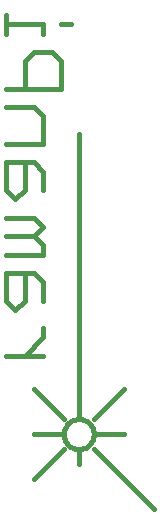
<source format=gbo>
G75*
G70*
%OFA0B0*%
%FSLAX24Y24*%
%IPPOS*%
%LPD*%
%AMOC8*
5,1,8,0,0,1.08239X$1,22.5*
%
%ADD10C,0.0160*%
D10*
X008100Y006600D02*
X006100Y008600D01*
X006100Y009100D02*
X007100Y009100D01*
X006100Y009600D02*
X007100Y010600D01*
X005600Y009600D02*
X005600Y019100D01*
X004408Y018769D02*
X004408Y019690D01*
X004101Y019997D01*
X003180Y019997D01*
X003180Y020611D02*
X005022Y020611D01*
X005022Y021531D01*
X004715Y021838D01*
X004101Y021838D01*
X003794Y021531D01*
X003794Y020611D01*
X003180Y018769D02*
X004408Y018769D01*
X004101Y018155D02*
X003180Y018155D01*
X003180Y017234D01*
X003487Y016928D01*
X003794Y017234D01*
X003794Y018155D01*
X004101Y018155D02*
X004408Y017848D01*
X004408Y017234D01*
X004101Y016314D02*
X003180Y016314D01*
X003180Y015700D02*
X004101Y015700D01*
X004408Y016007D01*
X004101Y016314D01*
X004101Y015700D02*
X004408Y015393D01*
X004408Y015086D01*
X003180Y015086D01*
X003180Y014472D02*
X003180Y013551D01*
X003487Y013244D01*
X003794Y013551D01*
X003794Y014472D01*
X004101Y014472D02*
X003180Y014472D01*
X004101Y014472D02*
X004408Y014165D01*
X004408Y013551D01*
X004408Y012631D02*
X004408Y012324D01*
X003794Y011710D01*
X003180Y011710D02*
X004408Y011710D01*
X004100Y010600D02*
X005100Y009600D01*
X005100Y009100D02*
X004100Y009100D01*
X005100Y008600D02*
X004100Y007600D01*
X005600Y008100D02*
X005600Y008600D01*
X005100Y009100D02*
X005102Y009144D01*
X005108Y009188D01*
X005118Y009231D01*
X005131Y009273D01*
X005148Y009314D01*
X005169Y009353D01*
X005193Y009390D01*
X005220Y009425D01*
X005250Y009457D01*
X005283Y009487D01*
X005319Y009513D01*
X005356Y009537D01*
X005396Y009556D01*
X005437Y009573D01*
X005480Y009585D01*
X005523Y009594D01*
X005567Y009599D01*
X005611Y009600D01*
X005655Y009597D01*
X005699Y009590D01*
X005742Y009579D01*
X005784Y009565D01*
X005824Y009547D01*
X005863Y009525D01*
X005899Y009501D01*
X005933Y009473D01*
X005965Y009442D01*
X005994Y009408D01*
X006020Y009372D01*
X006042Y009334D01*
X006061Y009294D01*
X006076Y009252D01*
X006088Y009210D01*
X006096Y009166D01*
X006100Y009122D01*
X006100Y009078D01*
X006096Y009034D01*
X006088Y008990D01*
X006076Y008948D01*
X006061Y008906D01*
X006042Y008866D01*
X006020Y008828D01*
X005994Y008792D01*
X005965Y008758D01*
X005933Y008727D01*
X005899Y008699D01*
X005863Y008675D01*
X005824Y008653D01*
X005784Y008635D01*
X005742Y008621D01*
X005699Y008610D01*
X005655Y008603D01*
X005611Y008600D01*
X005567Y008601D01*
X005523Y008606D01*
X005480Y008615D01*
X005437Y008627D01*
X005396Y008644D01*
X005356Y008663D01*
X005319Y008687D01*
X005283Y008713D01*
X005250Y008743D01*
X005220Y008775D01*
X005193Y008810D01*
X005169Y008847D01*
X005148Y008886D01*
X005131Y008927D01*
X005118Y008969D01*
X005108Y009012D01*
X005102Y009056D01*
X005100Y009100D01*
X004408Y022452D02*
X004408Y022759D01*
X003180Y022759D01*
X003180Y022452D02*
X003180Y023066D01*
X005022Y022759D02*
X005329Y022759D01*
M02*

</source>
